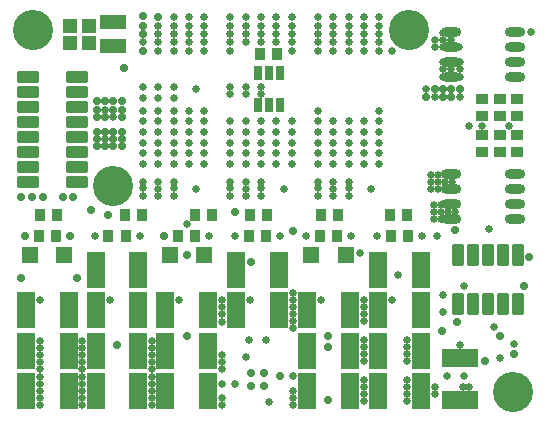
<source format=gbr>
%TF.GenerationSoftware,Altium Limited,Altium Designer,21.4.1 (30)*%
G04 Layer_Color=16711935*
%FSLAX26Y26*%
%MOIN*%
%TF.SameCoordinates,1A054405-282A-4FF3-8963-BB1B344CA64D*%
%TF.FilePolarity,Negative*%
%TF.FileFunction,Soldermask,Bot*%
%TF.Part,Single*%
G01*
G75*
%TA.AperFunction,SMDPad,CuDef*%
%ADD48R,0.033591X0.043433*%
%ADD49O,0.069024X0.031622*%
G04:AMPARAMS|DCode=50|XSize=37.134mil|YSize=74.929mil|CornerRadius=5.457mil|HoleSize=0mil|Usage=FLASHONLY|Rotation=90.000|XOffset=0mil|YOffset=0mil|HoleType=Round|Shape=RoundedRectangle|*
%AMROUNDEDRECTD50*
21,1,0.037134,0.064016,0,0,90.0*
21,1,0.026221,0.074929,0,0,90.0*
1,1,0.010913,0.032008,0.013110*
1,1,0.010913,0.032008,-0.013110*
1,1,0.010913,-0.032008,-0.013110*
1,1,0.010913,-0.032008,0.013110*
%
%ADD50ROUNDEDRECTD50*%
%ADD51R,0.055244X0.055244*%
%ADD52R,0.063118X0.122173*%
%ADD53R,0.122173X0.063118*%
%ADD54R,0.043433X0.033591*%
%ADD55R,0.045402X0.047370*%
%ADD56R,0.031622X0.047370*%
%ADD57R,0.086740X0.047370*%
G04:AMPARAMS|DCode=58|XSize=37.134mil|YSize=74.929mil|CornerRadius=5.457mil|HoleSize=0mil|Usage=FLASHONLY|Rotation=180.000|XOffset=0mil|YOffset=0mil|HoleType=Round|Shape=RoundedRectangle|*
%AMROUNDEDRECTD58*
21,1,0.037134,0.064016,0,0,180.0*
21,1,0.026221,0.074929,0,0,180.0*
1,1,0.010913,-0.013110,0.032008*
1,1,0.010913,0.013110,0.032008*
1,1,0.010913,0.013110,-0.032008*
1,1,0.010913,-0.013110,-0.032008*
%
%ADD58ROUNDEDRECTD58*%
%TA.AperFunction,ViaPad*%
%ADD59C,0.133984*%
%ADD60C,0.025716*%
%ADD61C,0.027685*%
D48*
X1046260Y677167D02*
D03*
X1103348D02*
D03*
X1042322Y606299D02*
D03*
X1099410D02*
D03*
X1278544D02*
D03*
X569882D02*
D03*
X105316D02*
D03*
X863188D02*
D03*
X394686D02*
D03*
X900592Y1212599D02*
D03*
X1331692Y677165D02*
D03*
X1274606D02*
D03*
X625000Y677167D02*
D03*
X682086D02*
D03*
X810040D02*
D03*
X867126D02*
D03*
X109254D02*
D03*
X166340D02*
D03*
X391732Y677165D02*
D03*
X448818D02*
D03*
X1335630Y606299D02*
D03*
X626968D02*
D03*
X806102D02*
D03*
X162402D02*
D03*
X337598D02*
D03*
X843506Y1212599D02*
D03*
D49*
X1692914Y711221D02*
D03*
Y761221D02*
D03*
Y661221D02*
D03*
Y811221D02*
D03*
X1480316D02*
D03*
Y761221D02*
D03*
Y661221D02*
D03*
Y711221D02*
D03*
Y1187599D02*
D03*
Y1137599D02*
D03*
Y1287599D02*
D03*
Y1237599D02*
D03*
X1692914Y1287599D02*
D03*
Y1137599D02*
D03*
Y1237599D02*
D03*
Y1187599D02*
D03*
D50*
X70866Y1137401D02*
D03*
Y1087401D02*
D03*
X232284Y1137401D02*
D03*
Y1087401D02*
D03*
X70866Y787401D02*
D03*
X232284D02*
D03*
Y837401D02*
D03*
Y887401D02*
D03*
X70866Y837401D02*
D03*
Y887401D02*
D03*
X232284Y937401D02*
D03*
X70866D02*
D03*
X232284Y987401D02*
D03*
Y1037401D02*
D03*
X70866Y987401D02*
D03*
Y1037401D02*
D03*
D51*
X1127952Y543307D02*
D03*
X541338D02*
D03*
X76772D02*
D03*
X1013780D02*
D03*
X655512D02*
D03*
X190944D02*
D03*
D52*
X1236220Y492125D02*
D03*
X763780D02*
D03*
X1236220Y358267D02*
D03*
Y224409D02*
D03*
X1141732Y90551D02*
D03*
X1236220D02*
D03*
X1141732Y358267D02*
D03*
X763780D02*
D03*
X669292D02*
D03*
X1141732Y224409D02*
D03*
X295276Y492125D02*
D03*
Y358267D02*
D03*
X204724D02*
D03*
Y224409D02*
D03*
X669292D02*
D03*
Y90551D02*
D03*
X295276Y224409D02*
D03*
Y90551D02*
D03*
X204724D02*
D03*
X1377952Y492125D02*
D03*
Y358267D02*
D03*
X1000000D02*
D03*
X905512Y492125D02*
D03*
Y358267D02*
D03*
X1377952Y224409D02*
D03*
Y90551D02*
D03*
X1000000Y224409D02*
D03*
Y90551D02*
D03*
X437008Y492125D02*
D03*
X527560Y358267D02*
D03*
X437008D02*
D03*
X62992D02*
D03*
X527560Y90551D02*
D03*
Y224409D02*
D03*
X437008D02*
D03*
X62992D02*
D03*
X437008Y90551D02*
D03*
X62992D02*
D03*
D53*
X1507874Y200787D02*
D03*
Y59055D02*
D03*
D54*
X1700788Y1006889D02*
D03*
X1641733D02*
D03*
X1700788Y941929D02*
D03*
X1641732D02*
D03*
X1582677Y1063977D02*
D03*
X1582678Y884843D02*
D03*
X1641732D02*
D03*
X1700788D02*
D03*
X1582678Y941929D02*
D03*
X1700788Y1063977D02*
D03*
X1641733D02*
D03*
X1582677Y1006889D02*
D03*
D55*
X208662Y1248031D02*
D03*
Y1307087D02*
D03*
X271654D02*
D03*
Y1248031D02*
D03*
D56*
X909448Y1149607D02*
D03*
X834646D02*
D03*
X872048D02*
D03*
X909448Y1043307D02*
D03*
X872048D02*
D03*
X834646D02*
D03*
D57*
X354330Y1318897D02*
D03*
Y1240157D02*
D03*
D58*
X1702362Y379921D02*
D03*
Y541339D02*
D03*
X1652362D02*
D03*
X1602362D02*
D03*
X1652362Y379921D02*
D03*
X1602362D02*
D03*
X1552362Y541339D02*
D03*
X1502362D02*
D03*
X1552362Y379921D02*
D03*
X1502362D02*
D03*
D59*
X1338582Y1291339D02*
D03*
X86614D02*
D03*
X354330Y771653D02*
D03*
X1685040Y86615D02*
D03*
D60*
X598425Y645669D02*
D03*
X1303150Y476378D02*
D03*
X1331692Y677165D02*
D03*
X1432295Y606299D02*
D03*
X909448Y1043307D02*
D03*
X1103348Y677167D02*
D03*
X1282086Y1224409D02*
D03*
X452756Y765921D02*
D03*
Y740331D02*
D03*
X757874Y114173D02*
D03*
X354330Y1318897D02*
D03*
X1692914Y661417D02*
D03*
X795276Y740331D02*
D03*
X1232284Y606299D02*
D03*
X1484252Y811024D02*
D03*
X1437008Y763779D02*
D03*
X1413386D02*
D03*
X1460630Y787750D02*
D03*
X1437008Y787402D02*
D03*
Y811024D02*
D03*
X1413386D02*
D03*
Y787402D02*
D03*
X1460630Y811371D02*
D03*
X1484252Y763779D02*
D03*
Y787402D02*
D03*
X1460630Y764128D02*
D03*
X1623114Y303149D02*
D03*
X1507874Y244094D02*
D03*
X872048Y51181D02*
D03*
X952756Y90551D02*
D03*
X1688976Y247046D02*
D03*
X1129922Y543307D02*
D03*
X1177165Y549213D02*
D03*
X629922Y763953D02*
D03*
X555118Y787575D02*
D03*
Y765921D02*
D03*
Y740331D02*
D03*
X503938Y763953D02*
D03*
Y787575D02*
D03*
X1522406Y139763D02*
D03*
X1465320D02*
D03*
X1643085Y200787D02*
D03*
X1507874D02*
D03*
X108858Y393701D02*
D03*
X341142D02*
D03*
X573426D02*
D03*
X1282086D02*
D03*
X208662Y1248031D02*
D03*
X232284Y887401D02*
D03*
X1452983Y410711D02*
D03*
X1602362Y379921D02*
D03*
X1523851Y440944D02*
D03*
X795276Y202755D02*
D03*
X806102Y259843D02*
D03*
X863190D02*
D03*
X1692914Y711221D02*
D03*
X1452983Y353625D02*
D03*
X1607511Y630906D02*
D03*
X1746203Y1287599D02*
D03*
X1692914Y1137599D02*
D03*
X1539370Y974409D02*
D03*
X1582678D02*
D03*
X1671260D02*
D03*
X1145670Y606299D02*
D03*
X996064D02*
D03*
X809646Y393701D02*
D03*
X1212796Y763953D02*
D03*
X921456D02*
D03*
X326772Y1027559D02*
D03*
X354330Y1003937D02*
D03*
X250492Y255905D02*
D03*
X717008Y393371D02*
D03*
X452756Y1251969D02*
D03*
X1188976Y101377D02*
D03*
Y124999D02*
D03*
X716536Y66929D02*
D03*
Y41337D02*
D03*
Y114173D02*
D03*
Y161417D02*
D03*
Y185039D02*
D03*
Y208661D02*
D03*
Y346457D02*
D03*
Y370079D02*
D03*
Y320867D02*
D03*
X1188976Y259843D02*
D03*
Y322835D02*
D03*
Y393701D02*
D03*
Y370079D02*
D03*
Y346457D02*
D03*
Y236221D02*
D03*
Y55119D02*
D03*
Y212599D02*
D03*
Y78741D02*
D03*
Y188977D02*
D03*
X250492Y90551D02*
D03*
Y66929D02*
D03*
Y114173D02*
D03*
Y43307D02*
D03*
Y137795D02*
D03*
Y208661D02*
D03*
Y232283D02*
D03*
Y185039D02*
D03*
Y161417D02*
D03*
X1240158Y1224409D02*
D03*
Y1279527D02*
D03*
Y1307087D02*
D03*
Y1334645D02*
D03*
Y1251969D02*
D03*
X795276D02*
D03*
X846456D02*
D03*
X897638D02*
D03*
X1137796Y1334645D02*
D03*
X1035434D02*
D03*
X1086614D02*
D03*
X1188976D02*
D03*
X606300D02*
D03*
X657480D02*
D03*
X555118D02*
D03*
X657480Y1279527D02*
D03*
Y1307087D02*
D03*
Y1224409D02*
D03*
Y1251969D02*
D03*
X1035434Y1279527D02*
D03*
Y1307087D02*
D03*
Y1224409D02*
D03*
Y1251969D02*
D03*
X744094Y1279527D02*
D03*
Y1307087D02*
D03*
Y1224409D02*
D03*
Y1251969D02*
D03*
X948820D02*
D03*
Y1224409D02*
D03*
Y1307087D02*
D03*
Y1279527D02*
D03*
X846456Y1334645D02*
D03*
X744094D02*
D03*
X795276D02*
D03*
X948820D02*
D03*
X897638D02*
D03*
Y1307087D02*
D03*
Y1279527D02*
D03*
X846456D02*
D03*
Y1307087D02*
D03*
X795276D02*
D03*
Y1279527D02*
D03*
X1137796Y1224409D02*
D03*
X1188976D02*
D03*
X1086614D02*
D03*
Y1251969D02*
D03*
X1137796D02*
D03*
X1188976D02*
D03*
X1086614Y1279527D02*
D03*
X1137796Y1307087D02*
D03*
Y1279527D02*
D03*
X1188976D02*
D03*
Y1307087D02*
D03*
X1086614D02*
D03*
X555118Y1224409D02*
D03*
X606300D02*
D03*
X503938D02*
D03*
Y1251969D02*
D03*
X555118D02*
D03*
X606300D02*
D03*
X503938Y1279527D02*
D03*
Y1307087D02*
D03*
X555118D02*
D03*
Y1279527D02*
D03*
X606300D02*
D03*
Y1307087D02*
D03*
X1240159Y952755D02*
D03*
Y917323D02*
D03*
Y846457D02*
D03*
Y881889D02*
D03*
Y1023621D02*
D03*
Y988189D02*
D03*
X1188977D02*
D03*
Y881889D02*
D03*
Y846457D02*
D03*
Y917323D02*
D03*
Y952755D02*
D03*
X1137797Y988189D02*
D03*
Y881889D02*
D03*
Y846457D02*
D03*
Y917323D02*
D03*
Y952755D02*
D03*
X1086615Y988189D02*
D03*
Y881889D02*
D03*
Y846457D02*
D03*
Y917323D02*
D03*
Y952755D02*
D03*
X1035435D02*
D03*
Y917323D02*
D03*
Y846457D02*
D03*
Y881889D02*
D03*
Y1023621D02*
D03*
Y988189D02*
D03*
X909448Y606299D02*
D03*
X897639Y988189D02*
D03*
X795277D02*
D03*
X846457D02*
D03*
X795276Y1102363D02*
D03*
X846456D02*
D03*
X1421260Y708661D02*
D03*
Y661417D02*
D03*
X1444882Y708661D02*
D03*
X1468504Y685039D02*
D03*
X1492126Y661417D02*
D03*
X1444882Y661417D02*
D03*
X1421260Y685039D02*
D03*
X1444882D02*
D03*
X1468504Y661417D02*
D03*
X1492126Y685039D02*
D03*
Y708661D02*
D03*
X1468504Y708661D02*
D03*
X744094Y1102363D02*
D03*
Y1078741D02*
D03*
X744095Y988189D02*
D03*
Y881889D02*
D03*
Y846457D02*
D03*
Y917323D02*
D03*
Y952755D02*
D03*
X795277D02*
D03*
Y917323D02*
D03*
Y846457D02*
D03*
Y881889D02*
D03*
X795276Y1078741D02*
D03*
X846457Y952755D02*
D03*
Y917323D02*
D03*
Y846457D02*
D03*
Y881889D02*
D03*
X846456Y1078741D02*
D03*
X897639Y952755D02*
D03*
Y917323D02*
D03*
Y846457D02*
D03*
Y881889D02*
D03*
X948819Y988189D02*
D03*
Y881889D02*
D03*
Y846457D02*
D03*
Y917323D02*
D03*
Y952755D02*
D03*
X1452756Y1185039D02*
D03*
X1480316Y1161417D02*
D03*
X1507874Y1185039D02*
D03*
Y1161417D02*
D03*
X1480316Y1185039D02*
D03*
X1452756Y1161417D02*
D03*
X1507874Y1137795D02*
D03*
X1480316D02*
D03*
X1452756D02*
D03*
X1507874Y1070865D02*
D03*
X1397638Y1094489D02*
D03*
X1425196Y1070865D02*
D03*
X1045866Y677167D02*
D03*
X809646D02*
D03*
X391142D02*
D03*
X629922Y1094489D02*
D03*
X759842Y606299D02*
D03*
X291142D02*
D03*
X441142D02*
D03*
X1425196Y1260391D02*
D03*
X1452564Y1236769D02*
D03*
X1480124D02*
D03*
X1507682D02*
D03*
X1425196D02*
D03*
X1480124Y1260391D02*
D03*
Y1284013D02*
D03*
X1452564D02*
D03*
Y1260391D02*
D03*
X657481Y952755D02*
D03*
Y917323D02*
D03*
Y846457D02*
D03*
Y881889D02*
D03*
Y1023621D02*
D03*
Y988189D02*
D03*
X606301D02*
D03*
Y1023621D02*
D03*
Y881889D02*
D03*
Y846457D02*
D03*
Y917323D02*
D03*
Y952755D02*
D03*
X555118Y1102363D02*
D03*
Y1066929D02*
D03*
X555119Y988189D02*
D03*
Y1023621D02*
D03*
Y881889D02*
D03*
Y846457D02*
D03*
Y917323D02*
D03*
Y952755D02*
D03*
X503938Y1102363D02*
D03*
Y1066929D02*
D03*
X503939Y988189D02*
D03*
Y1023621D02*
D03*
Y881889D02*
D03*
Y846457D02*
D03*
Y917323D02*
D03*
Y952755D02*
D03*
X452757D02*
D03*
Y917323D02*
D03*
Y846457D02*
D03*
Y881889D02*
D03*
Y1023621D02*
D03*
Y988189D02*
D03*
X452756Y1066929D02*
D03*
Y1102363D02*
D03*
X326772Y929133D02*
D03*
X484252Y43307D02*
D03*
X1539370Y102363D02*
D03*
X1425196Y78741D02*
D03*
X673228Y606299D02*
D03*
X744094Y787401D02*
D03*
X503938Y740331D02*
D03*
X1381890Y606299D02*
D03*
X1425196Y102363D02*
D03*
X1519682D02*
D03*
X1332086Y189963D02*
D03*
Y237207D02*
D03*
Y55119D02*
D03*
Y213585D02*
D03*
Y102363D02*
D03*
Y260829D02*
D03*
Y78741D02*
D03*
Y125985D02*
D03*
X952756Y322835D02*
D03*
Y346457D02*
D03*
Y417323D02*
D03*
Y393701D02*
D03*
Y370079D02*
D03*
Y299213D02*
D03*
X952754Y139763D02*
D03*
X952756Y43307D02*
D03*
Y66929D02*
D03*
X484252Y90551D02*
D03*
Y66929D02*
D03*
Y114173D02*
D03*
Y137795D02*
D03*
Y208661D02*
D03*
Y232283D02*
D03*
Y255905D02*
D03*
Y185039D02*
D03*
Y161417D02*
D03*
X109254D02*
D03*
Y185039D02*
D03*
Y255905D02*
D03*
Y232283D02*
D03*
Y208661D02*
D03*
Y137795D02*
D03*
Y43307D02*
D03*
Y114173D02*
D03*
Y66929D02*
D03*
Y90551D02*
D03*
X1035434Y787575D02*
D03*
Y765921D02*
D03*
Y740331D02*
D03*
X744094Y740157D02*
D03*
Y765747D02*
D03*
X452756Y787575D02*
D03*
X1137796Y765921D02*
D03*
X1086614Y787749D02*
D03*
Y740505D02*
D03*
X1137796Y787575D02*
D03*
Y740331D02*
D03*
X1086614Y764127D02*
D03*
X846456Y765747D02*
D03*
X795276Y787575D02*
D03*
X846456Y787401D02*
D03*
Y740157D02*
D03*
X795276Y763953D02*
D03*
X1045866Y393701D02*
D03*
D61*
X337598Y677167D02*
D03*
X952756Y621287D02*
D03*
X812008Y517990D02*
D03*
X863190Y677165D02*
D03*
X389764Y1165354D02*
D03*
X757874Y687008D02*
D03*
X279528Y692913D02*
D03*
X208858Y606299D02*
D03*
X1643085Y273623D02*
D03*
X855314Y105315D02*
D03*
X812008D02*
D03*
X855314Y148621D02*
D03*
X812008D02*
D03*
X909646Y139763D02*
D03*
X1500128Y320867D02*
D03*
X1448818Y288385D02*
D03*
X1591326Y190083D02*
D03*
X1724409Y440944D02*
D03*
X1688976Y212598D02*
D03*
X354330Y1240157D02*
D03*
X1652362Y379921D02*
D03*
X1739707Y536283D02*
D03*
X1493864Y624471D02*
D03*
X1702362Y379921D02*
D03*
X1700788Y1063977D02*
D03*
X1692914Y1187599D02*
D03*
X1070866Y273623D02*
D03*
Y237207D02*
D03*
Y58073D02*
D03*
X598284Y543307D02*
D03*
Y273623D02*
D03*
X366142Y244095D02*
D03*
X232284Y1087401D02*
D03*
Y464986D02*
D03*
X220472Y736221D02*
D03*
X185039D02*
D03*
X232284Y937401D02*
D03*
X118110Y736221D02*
D03*
X82677D02*
D03*
X47244D02*
D03*
X70866Y887401D02*
D03*
Y937401D02*
D03*
X47244Y464567D02*
D03*
X109254Y677167D02*
D03*
X522884Y606299D02*
D03*
X58858D02*
D03*
X70866Y1087401D02*
D03*
X381890Y1027559D02*
D03*
X299212D02*
D03*
Y1003937D02*
D03*
Y1055117D02*
D03*
X326772Y1003937D02*
D03*
X354330Y1027559D02*
D03*
X503938Y1334645D02*
D03*
X354330Y1055119D02*
D03*
X326772D02*
D03*
X381890D02*
D03*
Y1003937D02*
D03*
X452756Y1279527D02*
D03*
Y1224409D02*
D03*
Y1307087D02*
D03*
Y1338579D02*
D03*
X1397638Y1070865D02*
D03*
X1425196Y1094489D02*
D03*
X1452756Y1070865D02*
D03*
Y1094489D02*
D03*
X1480316D02*
D03*
Y1070865D02*
D03*
X1507874Y1094489D02*
D03*
X299212Y929133D02*
D03*
X381890Y952755D02*
D03*
X354330Y929133D02*
D03*
X299212Y952755D02*
D03*
Y905511D02*
D03*
X326772Y952755D02*
D03*
Y905511D02*
D03*
X354330Y952755D02*
D03*
Y905511D02*
D03*
X381890D02*
D03*
Y929133D02*
D03*
%TF.MD5,2e10b8f69fcafd3b4489f072859af1b7*%
M02*

</source>
